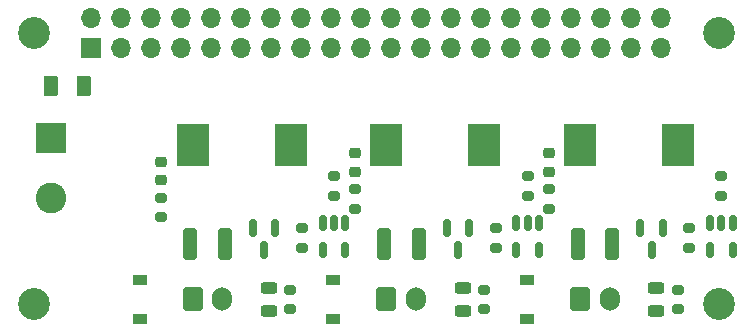
<source format=gbr>
%TF.GenerationSoftware,KiCad,Pcbnew,(6.0.4)*%
%TF.CreationDate,2022-04-02T10:59:53-03:00*%
%TF.ProjectId,SilentFanZeroHAT,53696c65-6e74-4466-916e-5a65726f4841,rev?*%
%TF.SameCoordinates,Original*%
%TF.FileFunction,Soldermask,Top*%
%TF.FilePolarity,Negative*%
%FSLAX46Y46*%
G04 Gerber Fmt 4.6, Leading zero omitted, Abs format (unit mm)*
G04 Created by KiCad (PCBNEW (6.0.4)) date 2022-04-02 10:59:53*
%MOMM*%
%LPD*%
G01*
G04 APERTURE LIST*
G04 Aperture macros list*
%AMRoundRect*
0 Rectangle with rounded corners*
0 $1 Rounding radius*
0 $2 $3 $4 $5 $6 $7 $8 $9 X,Y pos of 4 corners*
0 Add a 4 corners polygon primitive as box body*
4,1,4,$2,$3,$4,$5,$6,$7,$8,$9,$2,$3,0*
0 Add four circle primitives for the rounded corners*
1,1,$1+$1,$2,$3*
1,1,$1+$1,$4,$5*
1,1,$1+$1,$6,$7*
1,1,$1+$1,$8,$9*
0 Add four rect primitives between the rounded corners*
20,1,$1+$1,$2,$3,$4,$5,0*
20,1,$1+$1,$4,$5,$6,$7,0*
20,1,$1+$1,$6,$7,$8,$9,0*
20,1,$1+$1,$8,$9,$2,$3,0*%
G04 Aperture macros list end*
%ADD10C,2.700000*%
%ADD11R,1.200000X0.900000*%
%ADD12RoundRect,0.250000X-0.600000X-0.750000X0.600000X-0.750000X0.600000X0.750000X-0.600000X0.750000X0*%
%ADD13O,1.700000X2.000000*%
%ADD14RoundRect,0.200000X-0.275000X0.200000X-0.275000X-0.200000X0.275000X-0.200000X0.275000X0.200000X0*%
%ADD15RoundRect,0.150000X-0.150000X0.512500X-0.150000X-0.512500X0.150000X-0.512500X0.150000X0.512500X0*%
%ADD16RoundRect,0.200000X0.275000X-0.200000X0.275000X0.200000X-0.275000X0.200000X-0.275000X-0.200000X0*%
%ADD17RoundRect,0.243750X-0.456250X0.243750X-0.456250X-0.243750X0.456250X-0.243750X0.456250X0.243750X0*%
%ADD18R,2.700000X3.600000*%
%ADD19RoundRect,0.150000X-0.150000X0.587500X-0.150000X-0.587500X0.150000X-0.587500X0.150000X0.587500X0*%
%ADD20RoundRect,0.225000X0.250000X-0.225000X0.250000X0.225000X-0.250000X0.225000X-0.250000X-0.225000X0*%
%ADD21RoundRect,0.250000X-0.375000X-0.625000X0.375000X-0.625000X0.375000X0.625000X-0.375000X0.625000X0*%
%ADD22RoundRect,0.250000X-0.325000X-1.100000X0.325000X-1.100000X0.325000X1.100000X-0.325000X1.100000X0*%
%ADD23R,2.600000X2.600000*%
%ADD24C,2.600000*%
%ADD25R,1.700000X1.700000*%
%ADD26O,1.700000X1.700000*%
G04 APERTURE END LIST*
D10*
%TO.C,MK1*%
X203500000Y-97500000D03*
%TD*%
%TO.C,MK3*%
X261500000Y-97500000D03*
%TD*%
%TO.C,MK2*%
X203500000Y-120500000D03*
%TD*%
%TO.C,MK4*%
X261500000Y-120500000D03*
%TD*%
D11*
%TO.C,D4*%
X228850000Y-121725000D03*
X228850000Y-118425000D03*
%TD*%
%TO.C,D2*%
X212450000Y-121725000D03*
X212450000Y-118425000D03*
%TD*%
D12*
%TO.C,J3*%
X233350000Y-120075000D03*
D13*
X235850000Y-120075000D03*
%TD*%
D14*
%TO.C,R11*%
X259000000Y-114062500D03*
X259000000Y-115712500D03*
%TD*%
D15*
%TO.C,U1*%
X229850000Y-113625000D03*
X228900000Y-113625000D03*
X227950000Y-113625000D03*
X227950000Y-115900000D03*
X229850000Y-115900000D03*
%TD*%
%TO.C,U3*%
X262650000Y-113625000D03*
X261700000Y-113625000D03*
X260750000Y-113625000D03*
X260750000Y-115900000D03*
X262650000Y-115900000D03*
%TD*%
D16*
%TO.C,R12*%
X261700000Y-111325000D03*
X261700000Y-109675000D03*
%TD*%
%TO.C,R2*%
X214300000Y-113125000D03*
X214300000Y-111475000D03*
%TD*%
D17*
%TO.C,D1*%
X223400000Y-119162500D03*
X223400000Y-121037500D03*
%TD*%
D18*
%TO.C,L1*%
X216950000Y-107000000D03*
X225250000Y-107000000D03*
%TD*%
D19*
%TO.C,Q1*%
X223950000Y-114062500D03*
X222050000Y-114062500D03*
X223000000Y-115937500D03*
%TD*%
D16*
%TO.C,R8*%
X245300000Y-111325000D03*
X245300000Y-109675000D03*
%TD*%
D18*
%TO.C,L3*%
X249750000Y-107000000D03*
X258050000Y-107000000D03*
%TD*%
D14*
%TO.C,R5*%
X241600000Y-119275000D03*
X241600000Y-120925000D03*
%TD*%
D19*
%TO.C,Q2*%
X240350000Y-114062500D03*
X238450000Y-114062500D03*
X239400000Y-115937500D03*
%TD*%
D16*
%TO.C,R4*%
X228900000Y-111325000D03*
X228900000Y-109675000D03*
%TD*%
D20*
%TO.C,C6*%
X247100000Y-109275000D03*
X247100000Y-107725000D03*
%TD*%
D12*
%TO.C,J2*%
X216950000Y-120075000D03*
D13*
X219450000Y-120075000D03*
%TD*%
D21*
%TO.C,F1*%
X204940000Y-102000000D03*
X207740000Y-102000000D03*
%TD*%
D20*
%TO.C,C4*%
X230700000Y-109275000D03*
X230700000Y-107725000D03*
%TD*%
D12*
%TO.C,J4*%
X249750000Y-120075000D03*
D13*
X252250000Y-120075000D03*
%TD*%
D22*
%TO.C,C1*%
X216725000Y-115430000D03*
X219675000Y-115430000D03*
%TD*%
D18*
%TO.C,L2*%
X233350000Y-107000000D03*
X241650000Y-107000000D03*
%TD*%
D22*
%TO.C,C5*%
X249525000Y-115430000D03*
X252475000Y-115430000D03*
%TD*%
D14*
%TO.C,R7*%
X242600000Y-114062500D03*
X242600000Y-115712500D03*
%TD*%
D23*
%TO.C,J1*%
X204940000Y-106460000D03*
D24*
X204940000Y-111540000D03*
%TD*%
D16*
%TO.C,R10*%
X247100000Y-112425000D03*
X247100000Y-110775000D03*
%TD*%
D20*
%TO.C,C2*%
X214300000Y-109975000D03*
X214300000Y-108425000D03*
%TD*%
D14*
%TO.C,R1*%
X225200000Y-119275000D03*
X225200000Y-120925000D03*
%TD*%
D17*
%TO.C,D3*%
X239800000Y-119162500D03*
X239800000Y-121037500D03*
%TD*%
D16*
%TO.C,R6*%
X230700000Y-112425000D03*
X230700000Y-110775000D03*
%TD*%
D14*
%TO.C,R9*%
X258000000Y-119275000D03*
X258000000Y-120925000D03*
%TD*%
D19*
%TO.C,Q3*%
X256750000Y-114062500D03*
X254850000Y-114062500D03*
X255800000Y-115937500D03*
%TD*%
D22*
%TO.C,C3*%
X233125000Y-115430000D03*
X236075000Y-115430000D03*
%TD*%
D15*
%TO.C,U2*%
X246250000Y-113625000D03*
X245300000Y-113625000D03*
X244350000Y-113625000D03*
X244350000Y-115900000D03*
X246250000Y-115900000D03*
%TD*%
D17*
%TO.C,D5*%
X256200000Y-119162500D03*
X256200000Y-121037500D03*
%TD*%
D14*
%TO.C,R3*%
X226200000Y-114062500D03*
X226200000Y-115712500D03*
%TD*%
D11*
%TO.C,D6*%
X245250000Y-121725000D03*
X245250000Y-118425000D03*
%TD*%
D25*
%TO.C,P1*%
X208370000Y-98770000D03*
D26*
X208370000Y-96230000D03*
X210910000Y-98770000D03*
X210910000Y-96230000D03*
X213450000Y-98770000D03*
X213450000Y-96230000D03*
X215990000Y-98770000D03*
X215990000Y-96230000D03*
X218530000Y-98770000D03*
X218530000Y-96230000D03*
X221070000Y-98770000D03*
X221070000Y-96230000D03*
X223610000Y-98770000D03*
X223610000Y-96230000D03*
X226150000Y-98770000D03*
X226150000Y-96230000D03*
X228690000Y-98770000D03*
X228690000Y-96230000D03*
X231230000Y-98770000D03*
X231230000Y-96230000D03*
X233770000Y-98770000D03*
X233770000Y-96230000D03*
X236310000Y-98770000D03*
X236310000Y-96230000D03*
X238850000Y-98770000D03*
X238850000Y-96230000D03*
X241390000Y-98770000D03*
X241390000Y-96230000D03*
X243930000Y-98770000D03*
X243930000Y-96230000D03*
X246470000Y-98770000D03*
X246470000Y-96230000D03*
X249010000Y-98770000D03*
X249010000Y-96230000D03*
X251550000Y-98770000D03*
X251550000Y-96230000D03*
X254090000Y-98770000D03*
X254090000Y-96230000D03*
X256630000Y-98770000D03*
X256630000Y-96230000D03*
%TD*%
M02*

</source>
